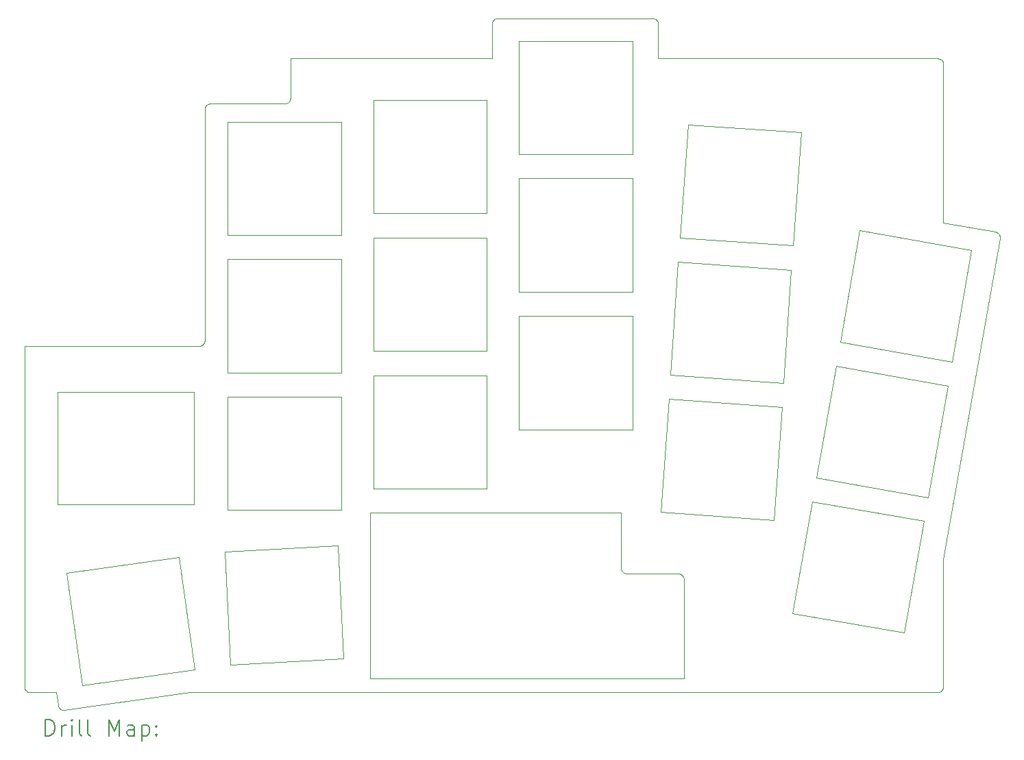
<source format=gbr>
%TF.GenerationSoftware,KiCad,Pcbnew,7.0.5*%
%TF.CreationDate,2023-06-08T23:10:45+10:00*%
%TF.ProjectId,Klotz_02_Plate,4b6c6f74-7a5f-4303-925f-506c6174652e,0.1*%
%TF.SameCoordinates,Original*%
%TF.FileFunction,Drillmap*%
%TF.FilePolarity,Positive*%
%FSLAX45Y45*%
G04 Gerber Fmt 4.5, Leading zero omitted, Abs format (unit mm)*
G04 Created by KiCad (PCBNEW 7.0.5) date 2023-06-08 23:10:45*
%MOMM*%
%LPD*%
G01*
G04 APERTURE LIST*
%ADD10C,0.010000*%
%ADD11C,0.200000*%
G04 APERTURE END LIST*
D10*
X11768706Y-5352311D02*
X11768706Y-5839145D01*
X20478789Y-7493672D02*
X19836733Y-7380784D01*
X10583372Y-12898228D02*
X9196956Y-13092256D01*
X14195817Y-8964756D02*
X12795289Y-8964756D01*
X19833205Y-13113423D02*
X19833205Y-11536506D01*
X16559428Y-11716422D02*
X16563045Y-11716514D01*
X16566615Y-11716788D01*
X16570136Y-11717239D01*
X16573601Y-11717862D01*
X16577007Y-11718653D01*
X16580349Y-11719608D01*
X16583623Y-11720721D01*
X16586823Y-11721989D01*
X16589946Y-11723407D01*
X16592987Y-11724970D01*
X16595942Y-11726674D01*
X16598805Y-11728514D01*
X16601573Y-11730486D01*
X16604241Y-11732585D01*
X16606804Y-11734807D01*
X16609258Y-11737148D01*
X16611598Y-11739601D01*
X16613820Y-11742165D01*
X16615919Y-11744832D01*
X16617891Y-11747600D01*
X16619731Y-11750463D01*
X16621435Y-11753418D01*
X16622998Y-11756459D01*
X16624416Y-11759582D01*
X16625684Y-11762783D01*
X16626798Y-11766056D01*
X16627752Y-11769398D01*
X16628543Y-11772804D01*
X16629167Y-11776270D01*
X16629617Y-11779790D01*
X16629891Y-11783361D01*
X16629983Y-11786978D01*
X10639817Y-8904784D02*
X8484344Y-8904784D01*
X17857650Y-9359867D02*
X16460649Y-9261089D01*
X12795289Y-7264367D02*
X12795289Y-7260349D01*
X12795289Y-7248638D01*
X12795289Y-7229747D01*
X12795289Y-7204188D01*
X12795289Y-7172474D01*
X12795289Y-7135119D01*
X12795289Y-7092635D01*
X12795289Y-7045534D01*
X12795289Y-6994331D01*
X12795289Y-6939537D01*
X12795289Y-6881666D01*
X12795289Y-6821231D01*
X12795289Y-6758744D01*
X12795289Y-6694719D01*
X12795289Y-6629667D01*
X12795289Y-6564103D01*
X12795289Y-6498539D01*
X12795289Y-6433487D01*
X12795289Y-6369462D01*
X12795289Y-6306975D01*
X12795289Y-6246539D01*
X12795289Y-6188668D01*
X12795289Y-6133875D01*
X12795289Y-6082671D01*
X12795289Y-6035571D01*
X12795289Y-5993087D01*
X12795289Y-5955732D01*
X12795289Y-5924018D01*
X12795289Y-5898459D01*
X12795289Y-5879568D01*
X12795289Y-5867857D01*
X12795289Y-5863839D01*
X16580595Y-7564228D02*
X16679372Y-6167228D01*
X15853872Y-11645867D02*
X15853965Y-11649483D01*
X15854238Y-11653054D01*
X15854689Y-11656574D01*
X15855312Y-11660040D01*
X15856104Y-11663446D01*
X15857058Y-11666788D01*
X15858172Y-11670061D01*
X15859440Y-11673262D01*
X15860857Y-11676385D01*
X15862420Y-11679426D01*
X15864124Y-11682381D01*
X15865965Y-11685244D01*
X15867937Y-11688012D01*
X15870036Y-11690679D01*
X15872258Y-11693243D01*
X15874598Y-11695696D01*
X15877052Y-11698037D01*
X15879615Y-11700259D01*
X15882283Y-11702358D01*
X15885050Y-11704330D01*
X15887914Y-11706170D01*
X15890868Y-11707874D01*
X15893909Y-11709437D01*
X15897032Y-11710855D01*
X15900233Y-11712123D01*
X15903507Y-11713236D01*
X15906849Y-11714191D01*
X15910255Y-11714982D01*
X15913720Y-11715605D01*
X15917241Y-11716056D01*
X15920811Y-11716330D01*
X15924428Y-11716422D01*
X20182455Y-7719450D02*
X19939039Y-9098811D01*
X14195817Y-5863839D02*
X14195817Y-7264367D01*
X9002928Y-11705839D02*
X10389344Y-11511811D01*
X20531706Y-7578339D02*
X20532595Y-7574392D01*
X20533282Y-7570490D01*
X20533770Y-7566637D01*
X20534062Y-7562836D01*
X20534164Y-7559093D01*
X20534078Y-7555410D01*
X20533808Y-7551792D01*
X20533359Y-7548243D01*
X20532735Y-7544766D01*
X20531938Y-7541365D01*
X20530974Y-7538044D01*
X20529845Y-7534807D01*
X20528557Y-7531658D01*
X20527111Y-7528600D01*
X20525514Y-7525639D01*
X20523768Y-7522777D01*
X20521877Y-7520018D01*
X20519846Y-7517366D01*
X20517677Y-7514825D01*
X20515376Y-7512400D01*
X20512945Y-7510093D01*
X20510389Y-7507909D01*
X20507712Y-7505852D01*
X20504916Y-7503925D01*
X20502008Y-7502132D01*
X20498989Y-7500478D01*
X20495865Y-7498966D01*
X20492638Y-7497600D01*
X20489314Y-7496383D01*
X20485895Y-7495321D01*
X20482385Y-7494416D01*
X20478789Y-7493672D01*
X8895000Y-9470000D02*
X10575000Y-9470000D01*
X10957317Y-11444783D02*
X12354317Y-11370700D01*
X10996122Y-6131950D02*
X12396650Y-6131950D01*
X19349900Y-12446672D02*
X17970539Y-12203256D01*
X16559427Y-7864089D02*
X17956427Y-7962867D01*
X10996122Y-9232867D02*
X10996122Y-7832339D01*
X8895000Y-10860000D02*
X10575000Y-10860000D01*
X19889650Y-9395145D02*
X19646234Y-10774506D01*
X18510289Y-9151728D02*
X19889650Y-9395145D01*
X8484344Y-13113423D02*
X8484437Y-13117039D01*
X8484710Y-13120610D01*
X8485161Y-13124131D01*
X8485784Y-13127596D01*
X8486576Y-13131002D01*
X8487530Y-13134344D01*
X8488644Y-13137618D01*
X8489912Y-13140818D01*
X8491329Y-13143941D01*
X8492893Y-13146982D01*
X8494596Y-13149937D01*
X8496437Y-13152800D01*
X8498409Y-13155568D01*
X8500508Y-13158236D01*
X8502730Y-13160799D01*
X8505070Y-13163253D01*
X8507524Y-13165593D01*
X8510087Y-13167815D01*
X8512755Y-13169914D01*
X8515523Y-13171886D01*
X8518386Y-13173726D01*
X8521340Y-13175430D01*
X8524381Y-13176993D01*
X8527505Y-13178411D01*
X8530705Y-13179679D01*
X8533979Y-13180792D01*
X8537321Y-13181747D01*
X8540727Y-13182538D01*
X8544192Y-13183161D01*
X8547713Y-13183612D01*
X8551283Y-13183886D01*
X8554900Y-13183978D01*
X10996122Y-7532478D02*
X10996122Y-6131950D01*
X16679372Y-6167228D02*
X18076372Y-6266006D01*
X14594455Y-8534367D02*
X15994983Y-8534367D01*
X16629983Y-11786978D02*
X16629983Y-13014644D01*
X8554900Y-13183978D02*
X8879456Y-13183978D01*
X10780928Y-5909700D02*
X10777311Y-5909792D01*
X10773741Y-5910066D01*
X10770220Y-5910517D01*
X10766755Y-5911140D01*
X10763349Y-5911931D01*
X10760007Y-5912886D01*
X10756733Y-5913999D01*
X10753533Y-5915267D01*
X10750409Y-5916685D01*
X10747368Y-5918248D01*
X10744414Y-5919952D01*
X10741550Y-5921792D01*
X10738783Y-5923764D01*
X10736115Y-5925864D01*
X10733552Y-5928086D01*
X10731098Y-5930426D01*
X10728758Y-5932880D01*
X10726536Y-5935443D01*
X10724437Y-5938110D01*
X10722465Y-5940878D01*
X10720624Y-5943742D01*
X10718920Y-5946696D01*
X10717357Y-5949737D01*
X10715940Y-5952860D01*
X10714672Y-5956061D01*
X10713558Y-5959334D01*
X10712604Y-5962677D01*
X10711812Y-5966083D01*
X10711189Y-5969548D01*
X10710738Y-5973068D01*
X10710465Y-5976639D01*
X10710372Y-5980256D01*
X10996122Y-10929728D02*
X10996122Y-9529200D01*
X17741234Y-11053200D02*
X16344233Y-10954422D01*
X8484344Y-8904784D02*
X8484344Y-13113423D01*
X15994983Y-9934895D02*
X14594455Y-9934895D01*
X19836733Y-7380784D02*
X19836733Y-5422867D01*
X17840011Y-9656200D02*
X17741234Y-11053200D01*
X11698150Y-5909700D02*
X10780928Y-5909700D01*
X16460649Y-9261089D02*
X16559427Y-7864089D01*
X14594455Y-5137117D02*
X15994983Y-5137117D01*
X10575000Y-9470000D02*
X10575000Y-10860000D01*
X14594455Y-6537645D02*
X14594455Y-5137117D01*
X12396650Y-9529200D02*
X12396650Y-10929728D01*
X15994983Y-8534367D02*
X15994983Y-9934895D01*
X16344233Y-10954422D02*
X16443011Y-9557422D01*
X18803094Y-7476034D02*
X20182455Y-7719450D01*
X12795289Y-5863839D02*
X14195817Y-5863839D01*
X17970539Y-12203256D02*
X18213956Y-10823895D01*
X15994983Y-6833978D02*
X15994983Y-8234506D01*
X12795289Y-7564228D02*
X14195817Y-7564228D01*
X19646234Y-10774506D02*
X18266872Y-10531089D01*
X12428400Y-12767700D02*
X11031400Y-12841783D01*
X18266872Y-10531089D02*
X18510289Y-9151728D01*
X19766178Y-5352311D02*
X16312483Y-5352311D01*
X15924428Y-11716422D02*
X16559428Y-11716422D01*
X17977595Y-7663006D02*
X16580595Y-7564228D01*
X11031400Y-12841783D02*
X10957317Y-11444783D01*
X14195817Y-7264367D02*
X12795289Y-7264367D01*
X11768706Y-5839145D02*
X11768613Y-5842761D01*
X11768339Y-5846332D01*
X11767889Y-5849852D01*
X11767265Y-5853318D01*
X11766474Y-5856724D01*
X11765520Y-5860066D01*
X11764406Y-5863339D01*
X11763138Y-5866540D01*
X11761720Y-5869663D01*
X11760157Y-5872704D01*
X11758453Y-5875659D01*
X11756613Y-5878522D01*
X11754641Y-5881290D01*
X11752542Y-5883957D01*
X11750320Y-5886521D01*
X11747980Y-5888974D01*
X11745526Y-5891315D01*
X11742963Y-5893537D01*
X11740295Y-5895636D01*
X11737527Y-5897608D01*
X11734664Y-5899448D01*
X11731709Y-5901152D01*
X11728668Y-5902715D01*
X11725545Y-5904133D01*
X11722345Y-5905401D01*
X11719071Y-5906514D01*
X11715729Y-5907469D01*
X11712323Y-5908260D01*
X11708858Y-5908883D01*
X11705337Y-5909334D01*
X11701767Y-5909608D01*
X11698150Y-5909700D01*
X14195817Y-9264617D02*
X14195817Y-10665145D01*
X12354317Y-11370700D02*
X12428400Y-12767700D01*
X15994983Y-6537645D02*
X14594455Y-6537645D01*
X15994983Y-5137117D02*
X15994983Y-6537645D01*
X9196956Y-13092256D02*
X9002928Y-11705839D01*
X16241928Y-4854895D02*
X14329872Y-4854895D01*
X19910817Y-11102590D02*
X20531706Y-7578339D01*
X17956427Y-7962867D02*
X17857650Y-9359867D01*
X12396650Y-9232867D02*
X10996122Y-9232867D01*
X12795289Y-8964756D02*
X12795289Y-8960738D01*
X12795289Y-8949027D01*
X12795289Y-8930136D01*
X12795289Y-8904577D01*
X12795289Y-8872863D01*
X12795289Y-8835508D01*
X12795289Y-8793024D01*
X12795289Y-8745924D01*
X12795289Y-8694720D01*
X12795289Y-8639927D01*
X12795289Y-8582056D01*
X12795289Y-8521620D01*
X12795289Y-8459133D01*
X12795289Y-8395108D01*
X12795289Y-8330056D01*
X12795289Y-8264492D01*
X12795289Y-8198928D01*
X12795289Y-8133876D01*
X12795289Y-8069851D01*
X12795289Y-8007364D01*
X12795289Y-7946928D01*
X12795289Y-7889057D01*
X12795289Y-7834264D01*
X12795289Y-7783060D01*
X12795289Y-7735960D01*
X12795289Y-7693476D01*
X12795289Y-7656120D01*
X12795289Y-7624407D01*
X12795289Y-7598848D01*
X12795289Y-7579956D01*
X12795289Y-7568246D01*
X12795289Y-7564228D01*
X15853872Y-10965005D02*
X15853872Y-11645867D01*
X19593317Y-11067312D02*
X19349900Y-12446672D01*
X16312483Y-5352311D02*
X16312483Y-4925450D01*
X14594455Y-9934895D02*
X14594455Y-8534367D01*
X14594455Y-6833978D02*
X15994983Y-6833978D01*
X8879456Y-13183978D02*
X8900622Y-13342728D01*
X12752955Y-13014644D02*
X12752955Y-10965005D01*
X10996122Y-9529200D02*
X12396650Y-9529200D01*
X18213956Y-10823895D02*
X19593317Y-11067312D01*
X8900622Y-13342728D02*
X8901365Y-13346325D01*
X8902269Y-13349836D01*
X8903327Y-13353259D01*
X8904536Y-13356591D01*
X8905889Y-13359831D01*
X8907381Y-13362975D01*
X8909008Y-13366021D01*
X8910765Y-13368966D01*
X8912645Y-13371808D01*
X8914644Y-13374544D01*
X8916756Y-13377171D01*
X8918978Y-13379687D01*
X8921302Y-13382090D01*
X8923725Y-13384376D01*
X8926241Y-13386544D01*
X8928844Y-13388590D01*
X8931531Y-13390511D01*
X8934295Y-13392307D01*
X8937131Y-13393973D01*
X8940034Y-13395507D01*
X8942999Y-13396907D01*
X8946022Y-13398170D01*
X8949096Y-13399294D01*
X8952216Y-13400275D01*
X8955378Y-13401112D01*
X8958576Y-13401801D01*
X8961804Y-13402341D01*
X8965059Y-13402728D01*
X8968335Y-13402960D01*
X8971626Y-13403035D01*
X8974927Y-13402949D01*
X8978233Y-13402700D01*
X14329872Y-4854895D02*
X14326256Y-4854987D01*
X14322685Y-4855261D01*
X14319165Y-4855712D01*
X14315699Y-4856335D01*
X14312293Y-4857126D01*
X14308951Y-4858081D01*
X14305678Y-4859194D01*
X14302477Y-4860462D01*
X14299354Y-4861880D01*
X14296313Y-4863443D01*
X14293358Y-4865147D01*
X14290495Y-4866987D01*
X14287727Y-4868959D01*
X14285059Y-4871058D01*
X14282496Y-4873280D01*
X14280043Y-4875620D01*
X14277702Y-4878074D01*
X14275480Y-4880637D01*
X14273381Y-4883305D01*
X14271409Y-4886073D01*
X14269569Y-4888936D01*
X14267865Y-4891891D01*
X14266302Y-4894932D01*
X14264884Y-4898055D01*
X14263616Y-4901255D01*
X14262503Y-4904529D01*
X14261548Y-4907871D01*
X14260757Y-4911277D01*
X14260134Y-4914743D01*
X14259683Y-4918263D01*
X14259409Y-4921834D01*
X14259317Y-4925450D01*
X19833205Y-11536506D02*
X19910817Y-11102590D01*
X16629983Y-13014644D02*
X12752955Y-13014644D01*
X12396650Y-6131950D02*
X12396650Y-7532478D01*
X14195817Y-7564228D02*
X14195817Y-8964756D01*
X16312483Y-4925450D02*
X16312391Y-4921834D01*
X16312117Y-4918263D01*
X16311667Y-4914743D01*
X16311043Y-4911277D01*
X16310252Y-4907871D01*
X16309298Y-4904529D01*
X16308184Y-4901255D01*
X16306916Y-4898055D01*
X16305498Y-4894932D01*
X16303935Y-4891891D01*
X16302231Y-4888936D01*
X16300391Y-4886073D01*
X16298419Y-4883305D01*
X16296320Y-4880637D01*
X16294098Y-4878074D01*
X16291758Y-4875620D01*
X16289304Y-4873280D01*
X16286741Y-4871058D01*
X16284073Y-4868959D01*
X16281305Y-4866987D01*
X16278442Y-4865147D01*
X16275487Y-4863443D01*
X16272446Y-4861880D01*
X16269323Y-4860462D01*
X16266123Y-4859194D01*
X16262849Y-4858081D01*
X16259507Y-4857126D01*
X16256101Y-4856335D01*
X16252636Y-4855712D01*
X16249115Y-4855261D01*
X16245545Y-4854987D01*
X16241928Y-4854895D01*
X12396650Y-7532478D02*
X10996122Y-7532478D01*
X10996122Y-7832339D02*
X12396650Y-7832339D01*
X10710372Y-8834228D02*
X10710280Y-8837845D01*
X10710006Y-8841415D01*
X10709555Y-8844936D01*
X10708932Y-8848401D01*
X10708141Y-8851807D01*
X10707186Y-8855149D01*
X10706073Y-8858423D01*
X10704805Y-8861623D01*
X10703387Y-8864746D01*
X10701824Y-8867788D01*
X10700120Y-8870742D01*
X10698280Y-8873605D01*
X10696308Y-8876373D01*
X10694209Y-8879041D01*
X10691987Y-8881604D01*
X10689647Y-8884058D01*
X10687193Y-8886398D01*
X10684630Y-8888620D01*
X10681962Y-8890719D01*
X10679194Y-8892691D01*
X10676331Y-8894532D01*
X10673376Y-8896235D01*
X10670335Y-8897799D01*
X10667212Y-8899216D01*
X10664012Y-8900484D01*
X10660738Y-8901598D01*
X10657396Y-8902552D01*
X10653990Y-8903344D01*
X10650524Y-8903967D01*
X10647004Y-8904418D01*
X10643433Y-8904691D01*
X10639817Y-8904784D01*
X12795289Y-10665145D02*
X12795289Y-10661127D01*
X12795289Y-10649416D01*
X12795289Y-10630525D01*
X12795289Y-10604966D01*
X12795289Y-10573252D01*
X12795289Y-10535897D01*
X12795289Y-10493413D01*
X12795289Y-10446312D01*
X12795289Y-10395109D01*
X12795289Y-10340315D01*
X12795289Y-10282444D01*
X12795289Y-10222009D01*
X12795289Y-10159522D01*
X12795289Y-10095496D01*
X12795289Y-10030445D01*
X12795289Y-9964881D01*
X12795289Y-9899317D01*
X12795289Y-9834265D01*
X12795289Y-9770240D01*
X12795289Y-9707753D01*
X12795289Y-9647317D01*
X12795289Y-9589446D01*
X12795289Y-9534653D01*
X12795289Y-9483449D01*
X12795289Y-9436349D01*
X12795289Y-9393865D01*
X12795289Y-9356509D01*
X12795289Y-9324796D01*
X12795289Y-9299237D01*
X12795289Y-9280345D01*
X12795289Y-9268634D01*
X12795289Y-9264617D01*
X18076372Y-6266006D02*
X17977595Y-7663006D01*
X12795289Y-9264617D02*
X14195817Y-9264617D01*
X18559677Y-8855395D02*
X18803094Y-7476034D01*
X14259317Y-4925450D02*
X14259317Y-5352311D01*
X16443011Y-9557422D02*
X17840011Y-9656200D01*
X19939039Y-9098811D02*
X18559677Y-8855395D01*
X10710372Y-5980256D02*
X10710372Y-8834228D01*
X19762650Y-13183978D02*
X19766266Y-13183886D01*
X19769837Y-13183612D01*
X19773358Y-13183161D01*
X19776823Y-13182538D01*
X19780229Y-13181747D01*
X19783571Y-13180792D01*
X19786845Y-13179679D01*
X19790045Y-13178411D01*
X19793168Y-13176993D01*
X19796209Y-13175430D01*
X19799164Y-13173726D01*
X19802027Y-13171886D01*
X19804795Y-13169914D01*
X19807463Y-13167815D01*
X19810026Y-13165593D01*
X19812480Y-13163253D01*
X19814820Y-13160799D01*
X19817042Y-13158236D01*
X19819141Y-13155568D01*
X19821113Y-13152800D01*
X19822953Y-13149937D01*
X19824657Y-13146982D01*
X19826220Y-13143941D01*
X19827638Y-13140818D01*
X19828906Y-13137618D01*
X19830019Y-13134344D01*
X19830974Y-13131002D01*
X19831765Y-13127596D01*
X19832388Y-13124131D01*
X19832839Y-13120610D01*
X19833113Y-13117039D01*
X19833205Y-13113423D01*
X15994983Y-8234506D02*
X14594455Y-8234506D01*
X8978233Y-13402700D02*
X10526928Y-13183978D01*
X12752955Y-10965005D02*
X15853872Y-10965005D01*
X12396650Y-7832339D02*
X12396650Y-9232867D01*
X12396650Y-10929728D02*
X10996122Y-10929728D01*
X14259317Y-5352311D02*
X11768706Y-5352311D01*
X10526928Y-13183978D02*
X19762650Y-13183978D01*
X14594455Y-8234506D02*
X14594455Y-6833978D01*
X10389344Y-11511811D02*
X10583372Y-12898228D01*
X14195817Y-10665145D02*
X12795289Y-10665145D01*
X19836733Y-5422867D02*
X19836641Y-5419250D01*
X19836367Y-5415680D01*
X19835916Y-5412159D01*
X19835293Y-5408694D01*
X19834502Y-5405288D01*
X19833547Y-5401946D01*
X19832434Y-5398672D01*
X19831166Y-5395471D01*
X19829748Y-5392348D01*
X19828185Y-5389307D01*
X19826481Y-5386353D01*
X19824641Y-5383489D01*
X19822669Y-5380722D01*
X19820570Y-5378054D01*
X19818348Y-5375491D01*
X19816008Y-5373037D01*
X19813554Y-5370697D01*
X19810991Y-5368475D01*
X19808323Y-5366376D01*
X19805555Y-5364404D01*
X19802692Y-5362563D01*
X19799737Y-5360860D01*
X19796696Y-5359296D01*
X19793573Y-5357879D01*
X19790373Y-5356611D01*
X19787099Y-5355497D01*
X19783757Y-5354543D01*
X19780351Y-5353751D01*
X19776886Y-5353128D01*
X19773365Y-5352677D01*
X19769794Y-5352404D01*
X19766178Y-5352311D01*
X8895000Y-9470000D02*
X8895000Y-9471145D01*
X8895000Y-9472715D01*
X8895000Y-9475302D01*
X8895000Y-9479163D01*
X8895000Y-9484550D01*
X8895000Y-9491719D01*
X8895000Y-9500924D01*
X8895000Y-9512419D01*
X8895000Y-9526460D01*
X8895000Y-9543301D01*
X8895000Y-9563195D01*
X8895000Y-9586399D01*
X8895000Y-9613166D01*
X8895000Y-9643750D01*
X8895000Y-9678407D01*
X8895000Y-9717390D01*
X8895000Y-9760955D01*
X8895000Y-9809355D01*
X8895000Y-9862846D01*
X8895000Y-9921682D01*
X8895000Y-9986117D01*
X8895000Y-10056406D01*
X8895000Y-10132804D01*
X8895000Y-10215564D01*
X8895000Y-10304942D01*
X8895000Y-10401191D01*
X8895000Y-10504568D01*
X8895000Y-10615325D01*
X8895000Y-10733717D01*
X8895000Y-10860000D01*
D11*
X8744621Y-13718212D02*
X8744621Y-13518212D01*
X8744621Y-13518212D02*
X8792240Y-13518212D01*
X8792240Y-13518212D02*
X8820812Y-13527736D01*
X8820812Y-13527736D02*
X8839859Y-13546784D01*
X8839859Y-13546784D02*
X8849383Y-13565831D01*
X8849383Y-13565831D02*
X8858907Y-13603926D01*
X8858907Y-13603926D02*
X8858907Y-13632498D01*
X8858907Y-13632498D02*
X8849383Y-13670593D01*
X8849383Y-13670593D02*
X8839859Y-13689641D01*
X8839859Y-13689641D02*
X8820812Y-13708688D01*
X8820812Y-13708688D02*
X8792240Y-13718212D01*
X8792240Y-13718212D02*
X8744621Y-13718212D01*
X8944621Y-13718212D02*
X8944621Y-13584879D01*
X8944621Y-13622974D02*
X8954145Y-13603926D01*
X8954145Y-13603926D02*
X8963669Y-13594403D01*
X8963669Y-13594403D02*
X8982716Y-13584879D01*
X8982716Y-13584879D02*
X9001764Y-13584879D01*
X9068431Y-13718212D02*
X9068431Y-13584879D01*
X9068431Y-13518212D02*
X9058907Y-13527736D01*
X9058907Y-13527736D02*
X9068431Y-13537260D01*
X9068431Y-13537260D02*
X9077955Y-13527736D01*
X9077955Y-13527736D02*
X9068431Y-13518212D01*
X9068431Y-13518212D02*
X9068431Y-13537260D01*
X9192240Y-13718212D02*
X9173193Y-13708688D01*
X9173193Y-13708688D02*
X9163669Y-13689641D01*
X9163669Y-13689641D02*
X9163669Y-13518212D01*
X9297002Y-13718212D02*
X9277955Y-13708688D01*
X9277955Y-13708688D02*
X9268431Y-13689641D01*
X9268431Y-13689641D02*
X9268431Y-13518212D01*
X9525574Y-13718212D02*
X9525574Y-13518212D01*
X9525574Y-13518212D02*
X9592240Y-13661069D01*
X9592240Y-13661069D02*
X9658907Y-13518212D01*
X9658907Y-13518212D02*
X9658907Y-13718212D01*
X9839859Y-13718212D02*
X9839859Y-13613450D01*
X9839859Y-13613450D02*
X9830336Y-13594403D01*
X9830336Y-13594403D02*
X9811288Y-13584879D01*
X9811288Y-13584879D02*
X9773193Y-13584879D01*
X9773193Y-13584879D02*
X9754145Y-13594403D01*
X9839859Y-13708688D02*
X9820812Y-13718212D01*
X9820812Y-13718212D02*
X9773193Y-13718212D01*
X9773193Y-13718212D02*
X9754145Y-13708688D01*
X9754145Y-13708688D02*
X9744621Y-13689641D01*
X9744621Y-13689641D02*
X9744621Y-13670593D01*
X9744621Y-13670593D02*
X9754145Y-13651546D01*
X9754145Y-13651546D02*
X9773193Y-13642022D01*
X9773193Y-13642022D02*
X9820812Y-13642022D01*
X9820812Y-13642022D02*
X9839859Y-13632498D01*
X9935097Y-13584879D02*
X9935097Y-13784879D01*
X9935097Y-13594403D02*
X9954145Y-13584879D01*
X9954145Y-13584879D02*
X9992240Y-13584879D01*
X9992240Y-13584879D02*
X10011288Y-13594403D01*
X10011288Y-13594403D02*
X10020812Y-13603926D01*
X10020812Y-13603926D02*
X10030336Y-13622974D01*
X10030336Y-13622974D02*
X10030336Y-13680117D01*
X10030336Y-13680117D02*
X10020812Y-13699165D01*
X10020812Y-13699165D02*
X10011288Y-13708688D01*
X10011288Y-13708688D02*
X9992240Y-13718212D01*
X9992240Y-13718212D02*
X9954145Y-13718212D01*
X9954145Y-13718212D02*
X9935097Y-13708688D01*
X10116050Y-13699165D02*
X10125574Y-13708688D01*
X10125574Y-13708688D02*
X10116050Y-13718212D01*
X10116050Y-13718212D02*
X10106526Y-13708688D01*
X10106526Y-13708688D02*
X10116050Y-13699165D01*
X10116050Y-13699165D02*
X10116050Y-13718212D01*
X10116050Y-13594403D02*
X10125574Y-13603926D01*
X10125574Y-13603926D02*
X10116050Y-13613450D01*
X10116050Y-13613450D02*
X10106526Y-13603926D01*
X10106526Y-13603926D02*
X10116050Y-13594403D01*
X10116050Y-13594403D02*
X10116050Y-13613450D01*
M02*

</source>
